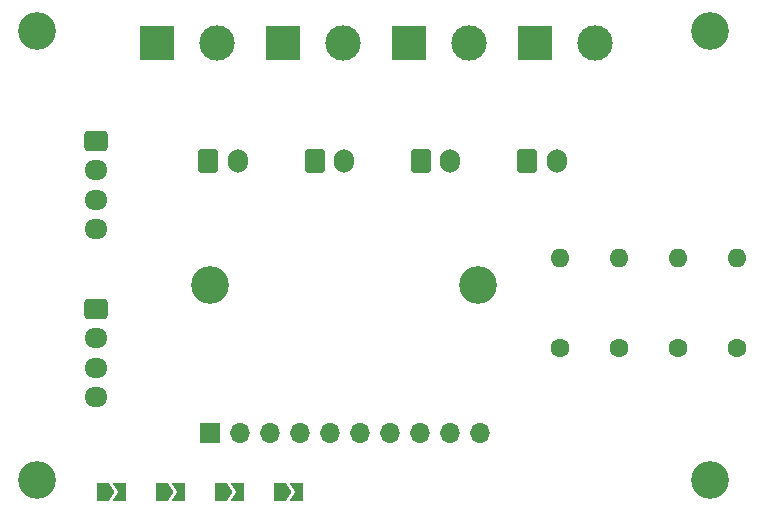
<source format=gts>
G04 #@! TF.GenerationSoftware,KiCad,Pcbnew,8.0.1-8.0.1-1~ubuntu22.04.1*
G04 #@! TF.CreationDate,2024-05-03T10:53:39-07:00*
G04 #@! TF.ProjectId,pifire-ads-board,70696669-7265-42d6-9164-732d626f6172,rev?*
G04 #@! TF.SameCoordinates,Original*
G04 #@! TF.FileFunction,Soldermask,Top*
G04 #@! TF.FilePolarity,Negative*
%FSLAX46Y46*%
G04 Gerber Fmt 4.6, Leading zero omitted, Abs format (unit mm)*
G04 Created by KiCad (PCBNEW 8.0.1-8.0.1-1~ubuntu22.04.1) date 2024-05-03 10:53:39*
%MOMM*%
%LPD*%
G01*
G04 APERTURE LIST*
G04 Aperture macros list*
%AMRoundRect*
0 Rectangle with rounded corners*
0 $1 Rounding radius*
0 $2 $3 $4 $5 $6 $7 $8 $9 X,Y pos of 4 corners*
0 Add a 4 corners polygon primitive as box body*
4,1,4,$2,$3,$4,$5,$6,$7,$8,$9,$2,$3,0*
0 Add four circle primitives for the rounded corners*
1,1,$1+$1,$2,$3*
1,1,$1+$1,$4,$5*
1,1,$1+$1,$6,$7*
1,1,$1+$1,$8,$9*
0 Add four rect primitives between the rounded corners*
20,1,$1+$1,$2,$3,$4,$5,0*
20,1,$1+$1,$4,$5,$6,$7,0*
20,1,$1+$1,$6,$7,$8,$9,0*
20,1,$1+$1,$8,$9,$2,$3,0*%
%AMFreePoly0*
4,1,6,1.000000,0.000000,0.500000,-0.750000,-0.500000,-0.750000,-0.500000,0.750000,0.500000,0.750000,1.000000,0.000000,1.000000,0.000000,$1*%
%AMFreePoly1*
4,1,6,0.500000,-0.750000,-0.650000,-0.750000,-0.150000,0.000000,-0.650000,0.750000,0.500000,0.750000,0.500000,-0.750000,0.500000,-0.750000,$1*%
G04 Aperture macros list end*
%ADD10C,3.200000*%
%ADD11RoundRect,0.250000X-0.725000X0.600000X-0.725000X-0.600000X0.725000X-0.600000X0.725000X0.600000X0*%
%ADD12O,1.950000X1.700000*%
%ADD13R,1.700000X1.700000*%
%ADD14O,1.700000X1.700000*%
%ADD15C,1.600000*%
%ADD16O,1.600000X1.600000*%
%ADD17R,3.000000X3.000000*%
%ADD18C,3.000000*%
%ADD19RoundRect,0.250000X-0.600000X-0.750000X0.600000X-0.750000X0.600000X0.750000X-0.600000X0.750000X0*%
%ADD20O,1.700000X2.000000*%
%ADD21FreePoly0,0.000000*%
%ADD22FreePoly1,0.000000*%
G04 APERTURE END LIST*
D10*
X91000000Y-72000000D03*
D11*
X39000000Y-43250000D03*
D12*
X39000000Y-45750000D03*
X39000000Y-48250000D03*
X39000000Y-50750000D03*
D13*
X48608000Y-68000000D03*
D14*
X51148000Y-68000000D03*
X53688000Y-68000000D03*
X56228000Y-68000000D03*
X58768000Y-68000000D03*
X61308000Y-68000000D03*
X63848000Y-68000000D03*
X66388000Y-68000000D03*
X68928000Y-68000000D03*
X71468000Y-68000000D03*
D15*
X78250000Y-60810000D03*
D16*
X78250000Y-53190000D03*
D17*
X76128000Y-35000000D03*
D18*
X81208000Y-35000000D03*
D19*
X66500000Y-45000000D03*
D20*
X69000000Y-45000000D03*
D17*
X44124000Y-35000000D03*
D18*
X49204000Y-35000000D03*
D10*
X34000000Y-34000000D03*
D21*
X44550000Y-73000000D03*
D22*
X46000000Y-73000000D03*
D10*
X34000000Y-72000000D03*
D21*
X39550000Y-73000000D03*
D22*
X41000000Y-73000000D03*
D17*
X65460000Y-35000000D03*
D18*
X70540000Y-35000000D03*
D15*
X88250000Y-60810000D03*
D16*
X88250000Y-53190000D03*
D19*
X57500000Y-45000000D03*
D20*
X60000000Y-45000000D03*
D21*
X54550000Y-73000000D03*
D22*
X56000000Y-73000000D03*
D21*
X49550000Y-73000000D03*
D22*
X51000000Y-73000000D03*
D19*
X75500000Y-45000000D03*
D20*
X78000000Y-45000000D03*
D19*
X48500000Y-45000000D03*
D20*
X51000000Y-45000000D03*
D11*
X39000000Y-57500000D03*
D12*
X39000000Y-60000000D03*
X39000000Y-62500000D03*
X39000000Y-65000000D03*
D15*
X83250000Y-60810000D03*
D16*
X83250000Y-53190000D03*
D10*
X91000000Y-34000000D03*
X71364000Y-55522000D03*
D17*
X54792000Y-35000000D03*
D18*
X59872000Y-35000000D03*
D10*
X48616000Y-55522000D03*
D15*
X93250000Y-60810000D03*
D16*
X93250000Y-53190000D03*
M02*

</source>
